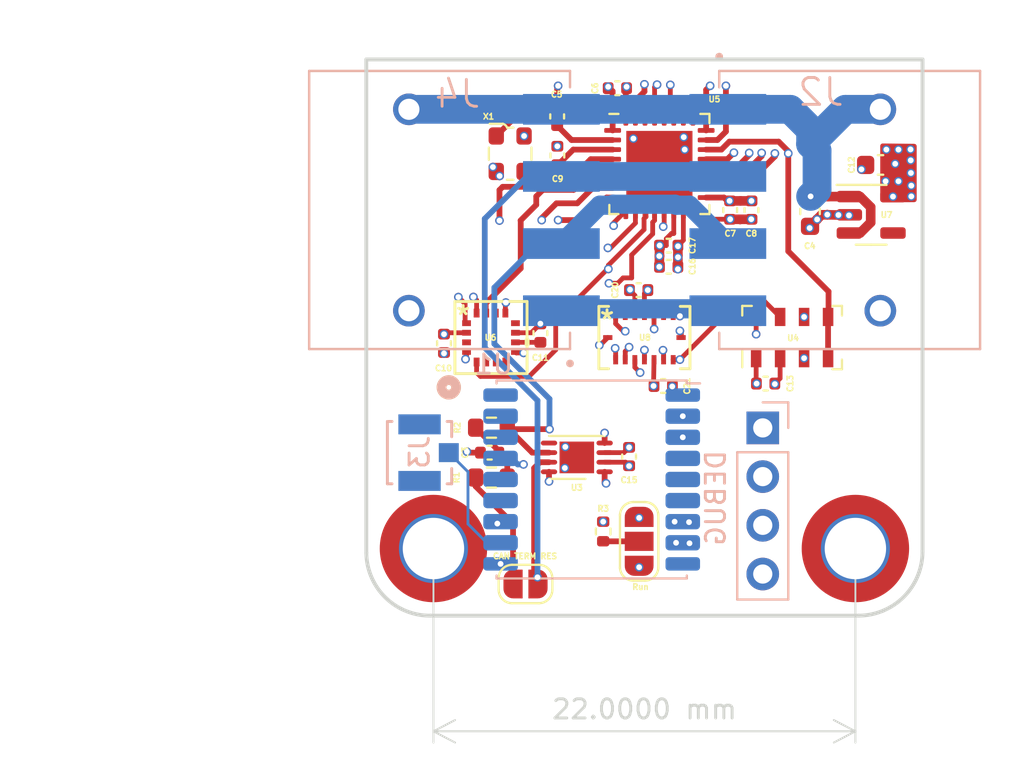
<source format=kicad_pcb>
(kicad_pcb (version 20221018) (generator pcbnew)
  (layers (0 "F.Cu" signal) (1 "In1.Cu" power) (2 "In2.Cu" signal) (3 "In3.Cu" signal) (4 "In4.Cu" power) (31 "B.Cu" signal) (34 "B.Paste" user) (35 "F.Paste" user) (36 "B.SilkS" user "B.Silkscreen") (37 "F.SilkS" user "F.Silkscreen") (38 "B.Mask" user) (39 "F.Mask" user) (44 "Edge.Cuts" user))
  (net 0 "")
  (net 1 "+3.3V")
  (net 2 "GND")
  (net 3 "Net-(U6-CAP)")
  (net 4 "BOOT0")
  (net 5 "Net-(C3-Pad1)")
  (net 6 "CAN_H")
  (net 7 "CAN_TX")
  (net 8 "CAN_RX")
  (net 9 "CAN_L")
  (net 10 "RCC_OSC_IN")
  (net 11 "RCC_OSC_OUT")
  (net 12 "Net-(SW1-A)")
  (net 13 "Net-(SW2-B)")
  (net 14 "SYS_SWDIO")
  (net 15 "SYS_SWCLK")
  (net 20 "I2C1_SDA")
  (net 21 "I2C1_SCL")
  (net 23 "+5V")
  (net 25 "USART1_TX")
  (net 26 "USART1_RX")
  (net 27 "GPS_EXT")
  (net 28 "GPS_Reset")
  (net 29 "SPI1_SCK")
  (net 30 "SPI1_MISO")
  (net 31 "SPI1_MOSI")
  (net 32 "IMU_INT1")
  (net 33 "CS_Accel")
  (net 34 "IMU_INT4")
  (net 35 "IMU_INT3")
  (net 36 "CS_Gyro")
  (net 38 "IMU_INT2")
  (net 39 "Net-(U1-RF_IN)")
  (net 40 "CS_Alt")
  (net 42 "CS_Mag")
  (net 48 "MAG_INT1")
  (footprint "Capacitor_SMD:C_0402_1005Metric" (layer "F.Cu") (at 153.765 87.71 180)
    (fp_text reference "C17")
    (fp_text value "1uF")
  )
  (footprint "Capacitor_SMD:C_0603_1608Metric" (layer "F.Cu") (at 161.135 85.925 90)
    (fp_text reference "C4")
    (fp_text value "1uF/10V/X7R")
  )
  (footprint "Package_DFN_QFN:TDFN-8-1EP_3x2mm_P0.5mm_EP1.80x1.65mm" (layer "F.Cu") (at 148.975 98.75 180)
    (fp_text reference "U3")
    (fp_text value "MCP2557FD-xMNY")
  )
  (footprint "MountingHole:MountingHole_3.2mm_M3_DIN965_Pad_TopOnly" (layer "F.Cu") (at 163.5 103.5)
    (fp_text reference "H1" hide)
    (fp_text value "MountingHole")
  )
  (footprint "Package_TO_SOT_SMD:SOT-23-5" (layer "F.Cu") (at 164.3225 86.1)
    (fp_text reference "U7")
    (fp_text value "MIC5504-3.3YM5")
  )
  (footprint "Capacitor_SMD:C_0402_1005Metric" (layer "F.Cu") (at 153.48 95.025)
    (fp_text reference "C21")
    (fp_text value "100nF")
  )
  (footprint "Resistor_SMD:R_0603_1608Metric" (layer "F.Cu") (at 144.525 97.2)
    (fp_text reference "R2")
    (fp_text value "60 ohm")
  )
  (footprint "Jumper:SolderJumper-3_P1.3mm_Open_RoundedPad1.0x1.5mm_NumberLabels" (layer "F.Cu") (at 152.225 103.125 90)
    (fp_text reference "SW2" hide)
    (fp_text value "SW_SPDT")
  )
  (footprint "Capacitor_SMD:C_0402_1005Metric" (layer "F.Cu") (at 153.765 88.81 180)
    (fp_text reference "C16")
    (fp_text value "10nF")
  )
  (footprint "Capacitor_SMD:C_0402_1005Metric" (layer "F.Cu") (at 147.95 80.97 90)
    (fp_text reference "C5")
    (fp_text value "20pF")
  )
  (footprint "Capacitor_SMD:C_0603_1608Metric" (layer "F.Cu") (at 164.81 83.5)
    (fp_text reference "C12")
    (fp_text value "1uF/10V/X7R")
  )
  (footprint "Capacitor_SMD:C_0402_1005Metric" (layer "F.Cu") (at 158.82 94.9)
    (fp_text reference "C13")
    (fp_text value "100nF")
  )
  (footprint "Capacitor_SMD:C_0402_1005Metric" (layer "F.Cu") (at 147.96 83.005 90)
    (fp_text reference "C9")
    (fp_text value "20pF")
  )
  (footprint "Capacitor_SMD:C_0402_1005Metric" (layer "F.Cu") (at 151.7 98.705 -90)
    (fp_text reference "C15")
    (fp_text value "0.1uF")
  )
  (footprint "MMC5983MA:MMC5983MA_MEM" (layer "F.Cu") (at 144.5 92.5)
    (fp_text reference "U6")
    (fp_text value "MMC5983MA")
  )
  (footprint "Capacitor_SMD:C_0402_1005Metric" (layer "F.Cu") (at 147.075 92.27 90)
    (fp_text reference "C11")
    (fp_text value "10uF")
  )
  (footprint "Capacitor_SMD:C_0402_1005Metric" (layer "F.Cu") (at 151.09 79.5)
    (fp_text reference "C6")
    (fp_text value "100nF")
  )
  (footprint "Capacitor_SMD:C_0402_1005Metric" (layer "F.Cu") (at 158.08 85.854503 -90)
    (fp_text reference "C8")
    (fp_text value "4.7uF")
  )
  (footprint "Capacitor_SMD:C_0402_1005Metric" (layer "F.Cu") (at 152.2 90.025)
    (fp_text reference "C20")
    (fp_text value "100nF")
  )
  (footprint "BMI088:QFN_BMI085_BOS" (layer "F.Cu") (at 152.5 92.5)
    (fp_text reference "U8")
    (fp_text value "BMI088")
  )
  (footprint "Capacitor_SMD:C_0402_1005Metric" (layer "F.Cu") (at 142.05 92.8 -90)
    (fp_text reference "C10")
    (fp_text value "1uF")
  )
  (footprint "Resistor_SMD:R_0603_1608Metric" (layer "F.Cu") (at 144.525 99.8)
    (fp_text reference "R1")
    (fp_text value "60 ohm")
  )
  (footprint "Capacitor_SMD:C_0402_1005Metric" (layer "F.Cu") (at 144.43 98.5 180)
    (fp_text reference "C3")
    (fp_text value "4.7nF")
  )
  (footprint "Jumper:SolderJumper-2_P1.3mm_Open_RoundedPad1.0x1.5mm" (layer "F.Cu") (at 146.3 105.35)
    (fp_text reference "CAN TERM RES")
    (fp_text value "SW_SPST")
  )
  (footprint "Package_DFN_QFN:QFN-32-1EP_5x5mm_P0.5mm_EP3.45x3.45mm" (layer "F.Cu") (at 153.28 83.45)
    (fp_text reference "U5")
    (fp_text value "STM32G4A1KEUx")
  )
  (footprint "Resistor_SMD:R_0402_1005Metric" (layer "F.Cu") (at 150.35 102.61 -90)
    (fp_text reference "R3")
    (fp_text value "10k")
  )
  (footprint "Oscillator:Oscillator_SMD_ECS_2520MV-xxx-xx-4Pin_2.5x2.0mm" (layer "F.Cu") (at 145.5 82.915)
    (fp_text reference "X1")
    (fp_text value "ECS-2520MV-xxx-xx")
  )
  (footprint "Capacitor_SMD:C_0402_1005Metric" (layer "F.Cu") (at 156.97 85.854503 -90)
    (fp_text reference "C7")
    (fp_text value "100nF")
  )
  (footprint "Package_LGA:LGA-8_3x5mm_P1.25mm" (layer "F.Cu") (at 160.2 92.5 90)
    (fp_text reference "U4")
    (fp_text value "MS5607-02BA")
  )
  (footprint "MountingHole:MountingHole_3.2mm_M3_DIN965_Pad_TopOnly" (layer "F.Cu") (at 141.5 103.5)
    (fp_text reference "H2" hide)
    (fp_text value "MountingHole")
  )
  (footprint "Terminal Block Horizontal:PHOENIX_1824543" (layer "B.Cu") (at 163.2 85.85 -90)
    (fp_text reference "J2")
    (fp_text value "In")
  )
  (footprint "Connector_PinHeader_2.54mm:PinHeader_1x04_P2.54mm_Vertical" (layer "B.Cu") (at 158.67 97.21 180)
    (fp_text reference "DEBUG")
    (fp_text value "Debug")
  )
  (footprint "Terminal Block Horizontal:PHOENIX_1824543" (layer "B.Cu") (at 141.82 85.85 90)
    (fp_text reference "J4")
    (fp_text value "Out")
  )
  (footprint "RF_GPS:ublox_MAX" (layer "B.Cu") (at 149.75 99.9 180)
    (fp_text reference "U1")
    (fp_text value "MAX-M10S")
  )
  (footprint "UM Antenna:CONN_636101111001_WRE" (layer "B.Cu") (at 140.7744 98.5 -90)
    (fp_text reference "J3")
    (fp_text value "636101111001")
  )
  (gr_line (start 163.681283 107) (end 141.352329 107) (stroke (width 0.2)) (layer "Edge.Cuts"))
  (gr_line (start 138 103.722692) (end 138 78) (stroke (width 0.2)) (layer "Edge.Cuts"))
  (gr_line (start 138 78) (end 167 78) (stroke (width 0.2)) (layer "Edge.Cuts"))
  (gr_arc (start 167 103.63) (mid 166.038592 106.002329) (end 163.681283 107) (stroke (width 0.2)) (layer "Edge.Cuts"))
  (gr_arc (start 141.352329 107) (mid 138.997412 106.055636) (end 138 103.722692) (stroke (width 0.2)) (layer "Edge.Cuts"))
  (gr_line (start 167 78) (end 167 103.63) (stroke (width 0.2)) (layer "Edge.Cuts"))
  (gr_text "Run" (at 151.825 105.675) (layer "F.SilkS") (effects (font (size 0.3 0.3) (thickness 0.075) bold) (justify left bottom)))
  (dimension (type aligned) (layer "Edge.Cuts") (pts (xy 163.5 103.5) (xy 141.5 103.5)) (height -9.53) (gr_text "22.0000 mm" (at 152.5 111.88) (layer "Edge.Cuts") (effects (font (size 1 1) (thickness 0.15)))) (format (prefix "") (suffix "") (units 3) (units_format 1) (precision 4)) (style (thickness 0.1) (arrow_length 1.27) (text_position_mode 0) (extension_height 0.58642) (extension_offset 0.5) keep_text_aligned))
  (segment (start 145.250001 91.225001) (end 145.250001 90.699999) (width 0.25) (layer "F.Cu") (net 1))
  (segment (start 142.045 92.325) (end 142.05 92.32) (width 0.25) (layer "F.Cu") (net 1))
  (segment (start 150.8425 79.658) (end 150.8425 81.7) (width 0.3) (layer "F.Cu") (net 1))
  (segment (start 152.975 95.025) (end 152.999999 93.6557) (width 0.25) (layer "F.Cu") (net 1))
  (segment (start 158.325 93.575) (end 158.325 94.885) (width 0.25) (layer "F.Cu") (net 1))
  (segment (start 143.225001 92.25) (end 142.12 92.25) (width 0.25) (layer "F.Cu") (net 1))
  (segment (start 156.885497 85.435497) (end 156.65 85.2) (width 0.3) (layer "F.Cu") (net 1))
  (segment (start 156.97 85.374503) (end 157.51 85.374503) (width 0.5) (layer "F.Cu") (net 1))
  (segment (start 153 95.025) (end 152.975 95.025) (width 0.25) (layer "F.Cu") (net 1))
  (segment (start 154.245 87.66) (end 154.245 87.71) (width 0.3) (layer "F.Cu") (net 1))
  (segment (start 158.35 94.91) (end 158.34 94.9) (width 0.25) (layer "F.Cu") (net 1))
  (segment (start 156.885497 85.374503) (end 156.885497 85.29) (width 0.3) (layer "F.Cu") (net 1))
  (segment (start 158.34 94.9) (end 158.35 94.9) (width 0.25) (layer "F.Cu") (net 1))
  (segment (start 142.05 92.325) (end 142.045 92.325) (width 0.25) (layer "F.Cu") (net 1))
  (segment (start 154.53 87.425) (end 154.245 87.71) (width 0.25) (layer "F.Cu") (net 1))
  (segment (start 142.12 92.25) (end 142.05 92.32) (width 0.25) (layer "F.Cu") (net 1))
  (segment (start 154.295 87.66) (end 154.245 87.66) (width 0.3) (layer "F.Cu") (net 1))
  (segment (start 150.61 79.4255) (end 150.8425 79.658) (width 0.3) (layer "F.Cu") (net 1))
  (segment (start 151.695 90) (end 151.75 90) (width 0.25) (layer "F.Cu") (net 1))
  (segment (start 158.35 94.9) (end 158.35 94.91) (width 0.25) (layer "F.Cu") (net 1))
  (segment (start 156.65 85.2) (end 155.7175 85.2) (width 0.3) (layer "F.Cu") (net 1))
  (segment (start 151.72 90.025) (end 151.695 90) (width 0.25) (layer "F.Cu") (net 1))
  (segment (start 154.245 88.23) (end 154.245 87.71) (width 0.5) (layer "F.Cu") (net 1))
  (segment (start 151.425 98.5) (end 150.425 98.5) (width 0.25) (layer "F.Cu") (net 1))
  (segment (start 154.245 88.8) (end 154.245 88.23) (width 0.5) (layer "F.Cu") (net 1))
  (segment (start 151.75 90.055) (end 152.000001 90.305001) (width 0.25) (layer "F.Cu") (net 1))
  (segment (start 142.05 92.32) (end 142.05 92.325) (width 0.25) (layer "F.Cu") (net 1))
  (segment (start 151.7 98.225) (end 151.425 98.5) (width 0.25) (layer "F.Cu") (net 1))
  (segment (start 152.000001 90.305001) (end 152.000001 91.3443) (width 0.25) (layer "F.Cu") (net 1))
  (segment (start 145.250001 90.699999) (end 145.275 90.675) (width 0.25) (layer "F.Cu") (net 1))
  (segment (start 157.51 85.374503) (end 158.08 85.374503) (width 0.5) (layer "F.Cu") (net 1))
  (segment (start 154.245 87.71) (end 154.245 87.71) (width 0.3) (layer "F.Cu") (net 1))
  (segment (start 154.245 88.81) (end 154.245 88.8) (width 0.5) (layer "F.Cu") (net 1))
  (segment (start 151.75 90) (end 151.75 90.055) (width 0.25) (layer "F.Cu") (net 1))
  (segment (start 156.885497 85.374503) (end 156.97 85.374503) (width 0.3) (layer "F.Cu") (net 1))
  (segment (start 154.53 85.8875) (end 154.53 87.425) (width 0.25) (layer "F.Cu") (net 1))
  (segment (start 158.325 94.885) (end 158.34 94.9) (width 0.25) (layer "F.Cu") (net 1))
  (via (at 145.275 90.675) (size 0.45) (drill 0.3) (layers "F.Cu" "B.Cu") (net 1))
  (via (at 152.225 101.9) (size 0.45) (drill 0.3) (layers "F.Cu" "B.Cu") (net 1))
  (via (at 166.375 82.69) (size 0.45) (drill 0.3) (layers "F.Cu" "B.Cu") (net 1))
  (via (at 166.415 84.58) (size 0.45) (drill 0.3) (layers "F.Cu" "B.Cu") (net 1))
  (via (at 154.85 103.225) (size 0.45) (drill 0.3) (layers "F.Cu" "B.Cu") (net 1))
  (via (at 150.61 79.4255) (size 0.45) (drill 0.3) (layers "F.Cu" "B.Cu") (net 1))
  (via (at 151.7 98.225) (size 0.45) (drill 0.3) (layers "F.Cu" "B.Cu") (net 1))
  (via (at 165.745 82.7) (size 0.45) (drill 0.3) (layers "F.Cu" "B.Cu") (net 1))
  (via (at 154.15 103.2) (size 0.45) (drill 0.3) (layers "F.Cu" "B.Cu") (net 1))
  (via (at 158.35 94.9) (size 0.45) (drill 0.3) (layers "F.Cu" "B.Cu") (net 1))
  (via (at 166.385 83.26) (size 0.45) (drill 0.3) (layers "F.Cu" "B.Cu") (net 1))
  (via (at 166.415 85.14) (size 0.45) (drill 0.3) (layers "F.Cu" "B.Cu") (net 1))
  (via (at 154.243755 88.934472) (size 0.45) (drill 0.3) (layers "F.Cu" "B.Cu") (net 1))
  (via (at 165.575 83.44) (size 0.45) (drill 0.3) (layers "F.Cu" "B.Cu") (net 1))
  (via (at 165.115 82.7) (size 0.45) (drill 0.3) (layers "F.Cu" "B.Cu") (net 1))
  (via (at 158.08 85.374503) (size 0.45) (drill 0.3) (layers "F.Cu" "B.Cu") (net 1))
  (via (at 142.05 92.325) (size 0.45) (drill 0.3) (layers "F.Cu" "B.Cu") (net 1))
  (via (at 154.25 88.31) (size 0.45) (drill 0.3) (layers "F.Cu" "B.Cu") (net 1))
  (via (at 154.25 87.74) (size 0.45) (drill 0.3) (layers "F.Cu" "B.Cu") (net 1))
  (via (at 151.75 90) (size 0.45) (drill 0.3) (layers "F.Cu" "B.Cu") (net 1))
  (via (at 152.975 95.025) (size 0.45) (drill 0.3) (layers "F.Cu" "B.Cu") (net 1))
  (via (at 165.745 84.35) (size 0.45) (drill 0.3) (layers "F.Cu" "B.Cu") (net 1))
  (via (at 154.075 102.1) (size 0.45) (drill 0.3) (layers "F.Cu" "B.Cu") (net 1))
  (via (at 156.94 85.374503) (size 0.45) (drill 0.3) (layers "F.Cu" "B.Cu") (net 1))
  (via (at 154.825 102.125) (size 0.45) (drill 0.3) (layers "F.Cu" "B.Cu") (net 1))
  (via (at 165.46 85.15) (size 0.45) (drill 0.3) (layers "F.Cu" "B.Cu") (net 1))
  (via (at 165.075 84.35) (size 0.45) (drill 0.3) (layers "F.Cu" "B.Cu") (net 1))
  (via (at 166.395 83.92) (size 0.45) (drill 0.3) (layers "F.Cu" "B.Cu") (net 1))
  (segment (start 151.7 99.185) (end 151.7 99.2) (width 0.25) (layer "F.Cu") (net 2))
  (segment (start 154.0357 91.38) (end 154 91.3443) (width 0.25) (layer "F.Cu") (net 2))
  (segment (start 155.4725 86.33) (end 156.97 86.33) (width 0.25) (layer "F.Cu") (net 2))
  (segment (start 153.285 87.71) (end 153.295 87.7) (width 0.3) (layer "F.Cu") (net 2))
  (segment (start 153.285 88.24) (end 153.285 87.71) (width 0.5) (layer "F.Cu") (net 2))
  (segment (start 143.95 98.5) (end 143.295202 98.5) (width 0.3) (layer "F.Cu") (net 2))
  (segment (start 146.2 93.3) (end 145.824998 93.3) (width 0.25) (layer "F.Cu") (net 2))
  (segment (start 159.575 94.625) (end 159.575 93.575) (width 0.25) (layer "F.Cu") (net 2))
  (segment (start 161.045 86.79) (end 161.135 86.7) (width 0.5) (layer "F.Cu") (net 2))
  (segment (start 152.675 90.025) (end 152.675 90.03) (width 0.25) (layer "F.Cu") (net 2))
  (segment (start 151.53 79.4655) (end 151.53 81.0125) (width 0.3) (layer "F.Cu") (net 2))
  (segment (start 153.500001 91.3443) (end 154 91.3443) (width 0.25) (layer "F.Cu") (net 2))
  (segment (start 154.03 87.075) (end 153.912391 87.075) (width 0.25) (layer "F.Cu") (net 2))
  (segment (start 147.95 80.49) (end 147.95 79.425498) (width 0.3) (layer "F.Cu") (net 2))
  (segment (start 153.912391 87.075) (end 153.64 87.347391) (width 0.25) (layer "F.Cu") (net 2))
  (segment (start 151.57 79.4255) (end 151.53 79.4655) (width 0.3) (layer "F.Cu") (net 2))
  (segment (start 154.35 91.38) (end 154.0357 91.38) (width 0.25) (layer "F.Cu") (net 2))
  (segment (start 152.68 90.025) (end 152.68 90.025) (width 0.25) (layer "F.Cu") (net 2))
  (segment (start 155.03 85.8875) (end 155.4725 86.33) (width 0.25) (layer "F.Cu") (net 2))
  (segment (start 158.08 86.334503) (end 157.495497 86.334503) (width 0.5) (layer "F.Cu") (net 2))
  (segment (start 163.165 86.13) (end 162.615 86.11) (width 0.5) (layer "F.Cu") (net 2))
  (segment (start 159.3 94.9) (end 159.3 94.9) (width 0.25) (layer "F.Cu") (net 2))
  (segment (start 153.64 87.7) (end 153.295 87.7) (width 0.25) (layer "F.Cu") (net 2))
  (segment (start 162.025 86.1) (end 161.735 86.1) (width 0.5) (layer "F.Cu") (net 2))
  (segment (start 153.285 88.26) (end 153.275 88.25) (width 0.5) (layer "F.Cu") (net 2))
  (segment (start 161.735 86.1) (end 161.505 86.33) (width 0.5) (layer "F.Cu") (net 2))
  (segment (start 161.505 86.33) (end 161.505 86.34) (width 0.5) (layer "F.Cu") (net 2))
  (segment (start 162.035 86.09) (end 162.025 86.1) (width 0.5) (layer "F.Cu") (net 2))
  (segment (start 157.484503 86.334503) (end 156.974503 86.334503) (width 0.5) (layer "F.Cu") (net 2))
  (segment (start 146.6 92.25) (end 147.075 91.775) (width 0.25) (layer "F.Cu") (net 2))
  (segment (start 150.425 99) (end 151.515 99) (width 0.25) (layer "F.Cu") (net 2))
  (segment (start 147.95 79.425498) (end 148 79.375498) (width 0.3) (layer "F.Cu") (net 2))
  (segment (start 163.185 86.1) (end 163.165 86.13) (width 0.5) (layer "F.Cu") (net 2))
  (segment (start 162.615 86.11) (end 162.045 86.1) (width 0.5) (layer "F.Cu") (net 2))
  (segment (start 153.275 88.81) (end 153.285 88.26) (width 0.5) (layer "F.Cu") (net 2))
  (segment (start 154.03 85.8875) (end 154.03 87.075) (width 0.25) (layer "F.Cu") (net 2))
  (segment (start 153.285 88.81) (end 153.275 88.81) (width 0.5) (layer "F.Cu") (net 2))
  (segment (start 153.64 87.347391) (end 153.64 87.7) (width 0.25) (layer "F.Cu") (net 2))
  (segment (start 153.295 87.7) (end 153.285 87.667035) (width 0.3) (layer "F.Cu") (net 2))
  (segment (start 151.715 99.2) (end 151.7 99.185) (width 0.25) (layer "F.Cu") (net 2))
  (segment (start 152.68 90.025) (end 152.675 90.025) (width 0.25) (layer "F.Cu") (net 2))
  (segment (start 151.7 99.2) (end 151.715 99.2) (width 0.25) (layer "F.Cu") (net 2))
  (segment (start 161.505 86.34) (end 161.495 86.34) (width 0.5) (layer "F.Cu") (net 2))
  (segment (start 152.5 90.205) (end 152.5 91.3443) (width 0.25) (layer "F.Cu") (net 2))
  (segment (start 145.774999 92.25) (end 146.6 92.25) (width 0.25) (layer "F.Cu") (net 2))
  (segment (start 152.675 90.03) (end 152.5 90.205) (width 0.25) (layer "F.Cu") (net 2))
  (segment (start 151.515 99) (end 151.7 99.185) (width 0.25) (layer "F.Cu") (net 2))
  (segment (start 157.49 86.34) (end 157.484503 86.334503) (width 0.5) (layer "F.Cu") (net 2))
  (segment (start 153.275 88.25) (end 153.285 88.24) (width 0.5) (layer "F.Cu") (net 2))
  (segment (start 157.495497 86.334503) (end 157.49 86.34) (width 0.5) (layer "F.Cu") (net 2))
  (segment (start 143.295202 98.5) (end 143.245202 98.45) (width 0.3) (layer "F.Cu") (net 2))
  (segment (start 147.525 100) (end 147.525 99.5) (width 0.3) (layer "F.Cu") (net 2))
  (segment (start 156.974503 86.334503) (end 156.97 86.33) (width 0.5) (layer "F.Cu") (net 2))
  (segment (start 161.495 86.34) (end 161.115 86.72) (width 0.5) (layer "F.Cu") (net 2))
  (segment (start 159.3 94.925) (end 159.3 94.9) (width 0.25) (layer "F.Cu") (net 2))
  (segment (start 145.824998 93.3) (end 145.774999 93.250001) (width 0.25) (layer "F.Cu") (net 2))
  (segment (start 159.3 94.9) (end 159.575 94.625) (width 0.25) (layer "F.Cu") (net 2))
  (segment (start 162.045 86.1) (end 162.035 86.09) (width 0.5) (layer "F.Cu") (net 2))
  (via (at 153.295 87.7) (size 0.45) (drill 0.3) (layers "F.Cu" "B.Cu") (net 2))
  (via (at 160.825 93.575) (size 0.45) (drill 0.3) (layers "F.Cu" "B.Cu") (net 2))
  (via (at 151.57 79.4255) (size 0.45) (drill 0.3) (layers "F.Cu" "B.Cu") (net 2))
  (via (at 153.95 95.05) (size 0.45) (drill 0.3) (layers "F.Cu" "B.Cu") (net 2))
  (via (at 156.97 86.33) (size 0.45) (drill 0.3) (layers "F.Cu" "B.Cu") (net 2))
  (via (at 163.815 83.73) (size 0.45) (drill 0.3) (layers "F.Cu" "B.Cu") (net 2))
  (via (at 146.225 81.99) (size 0.45) (drill 0.3) (layers "F.Cu" "B.Cu") (net 2))
  (via (at 162.035 86.09) (size 0.45) (drill 0.3) (layers "F.Cu" "B.Cu") (net 2))
  (via (at 142.05 93.325) (size 0.45) (drill 0.3) (layers "F.Cu" "B.Cu") (net 2))
  (via (at 161.115 86.79) (size 0.45) (drill 0.3) (layers "F.Cu" "B.Cu") (net 2))
  (via (at 146.19418 99.11351) (size 0.45) (drill 0.3) (layers "F.Cu" "B.Cu") (net 2))
  (via (at 148 79.375498) (size 0.45) (drill 0.3) (layers "F.Cu" "B.Cu") (net 2))
  (via (at 154.35 91.38) (size 0.45) (drill 0.3) (layers "F.Cu" "B.Cu") (net 2))
  (via (at 162.615 86.11) (size 0.45) (drill 0.3) (layers "F.Cu" "B.Cu") (net 2))
  (via (at 154.55 82.05) (size 0.45) (drill 0.3) (layers "F.Cu" "B.Cu") (net 2))
  (via (at 145 104.3) (size 0.45) (drill 0.3) (layers "F.Cu" "B.Cu") (net 2))
  (via (at 163.165 86.13) (size 0.45) (drill 0.3) (layers "F.Cu" "B.Cu") (net 2))
  (via (at 143.245202 98.45) (size 0.45) (drill 0.3) (layers "F.Cu" "B.Cu") (net 2))
  (via (at 152.225 104.475) (size 0.45) (drill 0.3) (layers "F.Cu" "B.Cu") (net 2))
  (via (at 159.3 94.925) (size 0.45) (drill 0.3) (layers "F.Cu" "B.Cu") (net 2))
  (via (at 154.6 82.7) (size 0.45) (drill 0.3) (layers "F.Cu" "B.Cu") (net 2))
  (via (at 151.925 82.125) (size 0.45) (drill 0.3) (layers "F.Cu" "B.Cu") (net 2))
  (via (at 148.375 98.2) (size 0.45) (drill 0.3) (layers "F.Cu" "B.Cu") (net 2))
  (via (at 144.949617 84.075) (size 0.45) (drill 0.3) (layers "F.Cu" "B.Cu") (net 2))
  (via (at 146.2 93.3) (size 0.45) (drill 0.3) (layers "F.Cu" "B.Cu") (net 2))
  (via (at 151.7 99.2) (size 0.45) (drill 0.3) (layers "F.Cu" "B.Cu") (net 2))
  (via (at 144.83 102.2) (size 0.45) (drill 0.3) (layers "F.Cu" "B.Cu") (net 2))
  (via (at 147.075 91.775) (size 0.45) (drill 0.3) (layers "F.Cu" "B.Cu") (net 2))
  (via (at 152.675 90.025) (size 0.45) (drill 0.3) (layers "F.Cu" "B.Cu") (net 2))
  (via (at 161.505 86.34) (size 0.45) (drill 0.3) (layers "F.Cu" "B.Cu") (net 2))
  (via (at 158.07 86.33) (size 0.45) (drill 0.3) (layers "F.Cu" "B.Cu") (net 2))
  (via (at 153.275 88.81) (size 0.45) (drill 0.3) (layers "F.Cu" "B.Cu") (net 2))
  (via (at 153.275 88.25) (size 0.45) (drill 0.3) (layers "F.Cu" "B.Cu") (net 2))
  (via (at 144.6 83.609999) (size 0.45) (drill 0.3) (layers "F.Cu" "B.Cu") (net 2))
  (via (at 147.525 100) (size 0.45) (drill 0.3) (layers "F.Cu" "B.Cu") (net 2))
  (via (at 148.35 99.3) (size 0.45) (drill 0.3) (layers "F.Cu" "B.Cu") (net 2))
  (via (at 147.96 82.525) (size 0.45) (drill 0.3) (layers "F.Cu" "B.Cu") (net 2))
  (segment (start 156.57 91.38) (end 156.85 91.1) (width 0.5) (layer "B.Cu") (net 2))
  (segment (start 156.57 91.38) (end 156.19 91) (width 1) (layer "B.Cu") (net 2))
  (segment (start 148.17 91.1) (end 148.45 91.38) (width 0.5) (layer "B.Cu") (net 2))
  (segment (start 148.27 91) (end 148.17 91.1) (width 1) (layer "B.Cu") (net 2))
  (segment (start 145.577817 98.8) (end 145 98.8) (width 0.3) (layer "B.Cu") (net 2))
  (segment (start 156.19 91) (end 148.27 91) (width 1) (layer "B.Cu") (net 2))
  (segment (start 145.891327 99.11351) (end 145.577817 98.8) (width 0.3) (layer "B.Cu") (net 2))
  (segment (start 146.19418 99.11351) (end 145.891327 99.11351) (width 0.3) (layer "B.Cu") (net 2))
  (segment (start 145.774999 92.75) (end 147.075 92.75) (width 0.25) (layer "F.Cu") (net 3))
  (segment (start 152.500874 79.674126) (end 152.03 80.145) (width 0.3) (layer "F.Cu") (net 4))
  (segment (start 152.500874 79.295143) (end 152.500874 79.674126) (width 0.3) (layer "F.Cu") (net 4))
  (segment (start 152.03 80.145) (end 152.03 81.0125) (width 0.3) (layer "F.Cu") (net 4))
  (via (at 150.35 102.1) (size 0.45) (drill 0.3) (layers "F.Cu" "B.Cu") (net 4))
  (via (at 152.500874 79.295143) (size 0.45) (drill 0.3) (layers "F.Cu" "B.Cu") (net 4))
  (segment (start 144.91 98.41) (end 143.7 97.2) (width 0.3) (layer "F.Cu") (net 5))
  (segment (start 145.35 98.94) (end 144.91 98.5) (width 0.3) (layer "F.Cu") (net 5))
  (segment (start 144.91 98.5) (end 144.91 98.41) (width 0.3) (layer "F.Cu") (net 5))
  (segment (start 145.35 99.8) (end 145.35 98.94) (width 0.3) (layer "F.Cu") (net 5))
  (segment (start 146.95 105.35) (end 146.95 105.6) (width 0.3) (layer "F.Cu") (net 6))
  (segment (start 147.053249 99) (end 147.525 99) (width 0.3) (layer "F.Cu") (net 6))
  (segment (start 146.75 99.303249) (end 147.053249 99) (width 0.3) (layer "F.Cu") (net 6))
  (segment (start 146.75 105.15) (end 146.925 105) (width 0.3) (layer "F.Cu") (net 6))
  (segment (start 146.925 105) (end 146.75 104.825) (width 0.3) (layer "F.Cu") (net 6))
  (segment (start 146.95 105.6) (end 146.75 105.15) (width 0.3) (layer "F.Cu") (net 6))
  (segment (start 146.75 104.825) (end 146.75 99.303249) (width 0.3) (layer "F.Cu") (net 6))
  (via (at 146.925 105) (size 0.45) (drill 0.3) (layers "F.Cu" "B.Cu") (net 6))
  (segment (start 144.175 86.305409) (end 144.175 93.032538) (width 0.3) (layer "B.Cu") (net 6))
  (segment (start 148.17 84.1) (end 146.380409 84.1) (width 0.3) (layer "B.Cu") (net 6))
  (segment (start 144.175 93.032538) (end 146.925 95.782538) (width 0.3) (layer "B.Cu") (net 6))
  (segment (start 146.380409 84.1) (end 144.175 86.305409) (width 0.3) (layer "B.Cu") (net 6))
  (segment (start 148.17 84.1) (end 156.85 84.1) (width 1.5) (layer "B.Cu") (net 6))
  (segment (start 146.925 95.782538) (end 146.925 105) (width 0.3) (layer "B.Cu") (net 6))
  (segment (start 153.03 79.443388) (end 153.03 81.0125) (width 0.25) (layer "F.Cu") (net 7))
  (segment (start 153.159688 79.3137) (end 153.03 79.443388) (width 0.25) (layer "F.Cu") (net 7))
  (segment (start 150.425 100.025) (end 150.5 100.1) (width 0.3) (layer "F.Cu") (net 7))
  (segment (start 150.425 99.5) (end 150.425 100.025) (width 0.3) (layer "F.Cu") (net 7))
  (via (at 150.5 100.1) (size 0.45) (drill 0.3) (layers "F.Cu" "B.Cu") (net 7))
  (via (at 153.159688 79.3137) (size 0.45) (drill 0.3) (layers "F.Cu" "B.Cu") (net 7))
  (segment (start 153.53 80.27) (end 153.53 81.0125) (width 0.25) (layer "F.Cu") (net 8))
  (segment (start 153.85 79.95) (end 153.53 80.27) (width 0.25) (layer "F.Cu") (net 8))
  (segment (start 150.425 98) (end 150.425 97.475) (width 0.3) (layer "F.Cu") (net 8))
  (segment (start 153.85 79.325) (end 153.85 79.95) (width 0.25) (layer "F.Cu") (net 8))
  (via (at 150.425 97.475) (size 0.45) (drill 0.3) (layers "F.Cu" "B.Cu") (net 8))
  (via (at 153.85 79.325) (size 0.45) (drill 0.3) (layers "F.Cu" "B.Cu") (net 8))
  (segment (start 146.65 98.5) (end 145.35 97.2) (width 0.3) (layer "F.Cu") (net 9))
  (segment (start 145.425 97.275) (end 147.55 97.275) (width 0.3) (layer "F.Cu") (net 9))
  (segment (start 145.35 97.2) (end 145.425 97.275) (width 0.3) (layer "F.Cu") (net 9))
  (segment (start 147.525 98.5) (end 146.65 98.5) (width 0.3) (layer "F.Cu") (net 9))
  (via (at 147.55 97.275) (size 0.45) (drill 0.3) (layers "F.Cu" "B.Cu") (net 9))
  (segment (start 144.675 89.895) (end 144.675 92.825432) (width 0.3) (layer "B.Cu") (net 9))
  (segment (start 154.85 85.6) (end 156.85 87.6) (width 1) (layer "B.Cu") (net 9))
  (segment (start 150.82 85.6) (end 150.87 85.55) (width 1) (layer "B.Cu") (net 9))
  (segment (start 150.87 85.55) (end 154.1 85.55) (width 1) (layer "B.Cu") (net 9))
  (segment (start 148.17 87.6) (end 150.17 85.6) (width 1) (layer "B.Cu") (net 9))
  (segment (start 150.17 85.6) (end 150.82 85.6) (width 1) (layer "B.Cu") (net 9))
  (segment (start 144.675 92.825432) (end 147.55 95.700432) (width 0.3) (layer "B.Cu") (net 9))
  (segment (start 154.1 85.55) (end 154.15 85.6) (width 1) (layer "B.Cu") (net 9))
  (segment (start 148.17 87.6) (end 146.97 87.6) (width 0.3) (layer "B.Cu") (net 9))
  (segment (start 146.97 87.6) (end 144.675 89.895) (width 0.3) (layer "B.Cu") (net 9))
  (segment (start 154.15 85.6) (end 154.85 85.6) (width 1) (layer "B.Cu") (net 9))
  (segment (start 147.55 95.700432) (end 147.55 97.275) (width 0.3) (layer "B.Cu") (net 9))
  (segment (start 145.575 81.19) (end 147.69 81.19) (width 0.3) (layer "F.Cu") (net 10))
  (segment (start 147.69 81.19) (end 147.95 81.45) (width 0.3) (layer "F.Cu") (net 10))
  (segment (start 144.775 81.99) (end 145.575 81.19) (width 0.3) (layer "F.Cu") (net 10))
  (segment (start 148.7 82.2) (end 150.8425 82.2) (width 0.3) (layer "F.Cu") (net 10))
  (segment (start 147.95 81.45) (end 148.7 82.2) (width 0.3) (layer "F.Cu") (net 10))
  (segment (start 150.8425 82.7) (end 148.787965 82.7) (width 0.3) (layer "F.Cu") (net 11))
  (segment (start 146.905 83.485) (end 146.62 83.77) (width 0.3) (layer "F.Cu") (net 11))
  (segment (start 148.787965 82.7) (end 148.002965 83.485) (width 0.3) (layer "F.Cu") (net 11))
  (segment (start 147.96 83.485) (end 146.905 83.485) (width 0.3) (layer "F.Cu") (net 11))
  (segment (start 148.002965 83.485) (end 147.96 83.485) (width 0.3) (layer "F.Cu") (net 11))
  (segment (start 143.7 100.256827) (end 145.65 102.206827) (width 0.3) (layer "F.Cu") (net 12))
  (segment (start 145.65 102.206827) (end 145.65 105.35) (width 0.3) (layer "F.Cu") (net 12))
  (segment (start 143.7 99.8) (end 143.7 100.256827) (width 0.3) (layer "F.Cu") (net 12))
  (segment (start 150.355 103.125) (end 150.35 103.12) (width 0.3) (layer "F.Cu") (net 13))
  (segment (start 152.225 103.125) (end 150.355 103.125) (width 0.3) (layer "F.Cu") (net 13))
  (segment (start 156.306523 82.2) (end 155.7175 82.2) (width 0.3) (layer "F.Cu") (net 14))
  (segment (start 156.749019 81.757504) (end 156.306523 82.2) (width 0.3) (layer "F.Cu") (net 14))
  (segment (start 156.749019 79.375498) (end 156.749019 81.757504) (width 0.3) (layer "F.Cu") (net 14))
  (via (at 156.749019 79.375498) (size 0.45) (drill 0.3) (layers "F.Cu" "B.Cu") (net 14))
  (segment (start 155.7175 79.582998) (end 155.7175 81.7) (width 0.3) (layer "F.Cu") (net 15))
  (segment (start 155.925 79.375498) (end 155.7175 79.582998) (width 0.3) (layer "F.Cu") (net 15))
  (via (at 155.925 79.375498) (size 0.45) (drill 0.3) (layers "F.Cu" "B.Cu") (net 15))
  (segment (start 161.155 85.15) (end 161.135 85.15) (width 0.5) (layer "F.Cu") (net 23))
  (segment (start 163.145 85.15) (end 163.125 85.17) (width 0.5) (layer "F.Cu") (net 23))
  (segment (start 164.2975 85.701472) (end 164.2975 86.498528) (width 0.5) (layer "F.Cu") (net 23))
  (segment (start 163.105 85.15) (end 162.085 85.15) (width 0.5) (layer "F.Cu") (net 23))
  (segment (start 163.125 85.17) (end 163.105 85.15) (width 0.5) (layer "F.Cu") (net 23))
  (segment (start 164.2975 86.498528) (end 163.746028 87.05) (width 0.5) (layer "F.Cu") (net 23))
  (segment (start 161.165 85.14) (end 161.155 85.15) (width 0.5) (layer "F.Cu") (net 23))
  (segment (start 163.185 85.15) (end 163.746028 85.15) (width 0.5) (layer "F.Cu") (net 23))
  (segment (start 163.746028 85.15) (end 164.2975 85.701472) (width 0.5) (layer "F.Cu") (net 23))
  (segment (start 161.175 85.15) (end 161.165 85.14) (width 0.5) (layer "F.Cu") (net 23))
  (segment (start 162.085 85.15) (end 161.175 85.15) (width 0.5) (layer "F.Cu") (net 23))
  (segment (start 163.746028 87.05) (end 163.185 87.05) (width 0.5) (layer "F.Cu") (net 23))
  (segment (start 163.185 85.15) (end 163.145 85.15) (width 0.5) (layer "F.Cu") (net 23))
  (via (at 161.165 85.14) (size 0.45) (drill 0.3) (layers "F.Cu" "B.Cu") (net 23))
  (segment (start 148.17 80.6) (end 156.85 80.6) (width 1.5) (layer "B.Cu") (net 23))
  (segment (start 161.165 82.415) (end 161.5 82.75) (width 1.5) (layer "B.Cu") (net 23))
  (segment (start 161.5 82.75) (end 161.5 84.805) (width 1.5) (layer "B.Cu") (net 23))
  (segment (start 156.85 80.6) (end 160.1 80.6) (width 1.5) (layer "B.Cu") (net 23))
  (segment (start 164.8 80.6) (end 162.98 80.6) (width 1.5) (layer "B.Cu") (net 23))
  (segment (start 140.22 80.6) (end 148.17 80.6) (width 1.5) (layer "B.Cu") (net 23))
  (segment (start 162.98 80.6) (end 161.165 82.415) (width 1.5) (layer "B.Cu") (net 23))
  (segment (start 161.5 84.805) (end 161.165 85.14) (width 1.5) (layer "B.Cu") (net 23))
  (segment (start 161.165 81.665) (end 161.165 82.415) (width 1.5) (layer "B.Cu") (net 23))
  (segment (start 160.1 80.6) (end 161.165 81.665) (width 1.5) (layer "B.Cu") (net 23))
  (segment (start 147.143632 86.270503) (end 147.914135 85.5) (width 0.3) (layer "F.Cu") (net 25))
  (segment (start 149 85.5) (end 149.8 84.7) (width 0.3) (layer "F.Cu") (net 25))
  (segment (start 149.8 84.7) (end 150.8425 84.7) (width 0.3) (layer "F.Cu") (net 25))
  (segment (start 147.143632 86.375863) (end 147.143632 86.270503) (width 0.3) (layer "F.Cu") (net 25))
  (segment (start 147.914135 85.5) (end 149 85.5) (width 0.3) (layer "F.Cu") (net 25))
  (via (at 154.5 96.6) (size 0.45) (drill 0.3) (layers "F.Cu" "B.Cu") (net 25))
  (via (at 147.143632 86.375498) (size 0.45) (drill 0.3) (layers "F.Cu" "B.Cu") (net 25))
  (segment (start 148 86.3745) (end 149.354243 86.3745) (width 0.3) (layer "F.Cu") (net 26))
  (segment (start 149.354243 86.3745) (end 150.528743 85.2) (width 0.3) (layer "F.Cu") (net 26))
  (segment (start 150.528743 85.2) (end 150.8425 85.2) (width 0.3) (layer "F.Cu") (net 26))
  (via (at 154.5 97.7) (size 0.45) (drill 0.3) (layers "F.Cu" "B.Cu") (net 26))
  (via (at 148 86.3745) (size 0.45) (drill 0.3) (layers "F.Cu" "B.Cu") (net 26))
  (segment (start 143.1505 90.7406) (end 143.1505 91.675498) (width 0.25) (layer "F.Cu") (net 29))
  (segment (start 143.1505 91.675498) (end 143.225001 91.749999) (width 0.25) (layer "F.Cu") (net 29))
  (segment (start 150.594502 87.82616) (end 150.734626 87.82616) (width 0.25) (layer "F.Cu") (net 29))
  (segment (start 152.03 86.530786) (end 152.03 85.8875) (width 0.25) (layer "F.Cu") (net 29))
  (segment (start 142.7995 90.3896) (end 143.1505 90.7406) (width 0.25) (layer "F.Cu") (net 29))
  (segment (start 154.425 92.4863) (end 154.4113 92.5) (width 0.25) (layer "F.Cu") (net 29))
  (segment (start 150.734626 87.82616) (end 152.03 86.530786) (width 0.25) (layer "F.Cu") (net 29))
  (segment (start 158.325 91.425) (end 158.325 92.324502) (width 0.25) (layer "F.Cu") (net 29))
  (segment (start 154.425 92.15) (end 154.425 92.4863) (width 0.25) (layer "F.Cu") (net 29))
  (via (at 158.325 92.324502) (size 0.45) (drill 0.3) (layers "F.Cu" "B.Cu") (net 29))
  (via (at 154.35 92.15) (size 0.45) (drill 0.3) (layers "F.Cu" "B.Cu") (net 29))
  (via (at 142.7995 90.3896) (size 0.45) (drill 0.3) (layers "F.Cu" "B.Cu") (net 29))
  (via (at 150.594502 87.82616) (size 0.45) (drill 0.3) (layers "F.Cu" "B.Cu") (net 29))
  (segment (start 150.619027 88.729564) (end 152.4805 86.868091) (width 0.25) (layer "F.Cu") (net 30))
  (segment (start 151 93.160116) (end 151 93.6557) (width 0.25) (layer "F.Cu") (net 30))
  (segment (start 152.58 86.202617) (end 152.58 85.9375) (width 0.25) (layer "F.Cu") (net 30))
  (segment (start 143.75 94.325) (end 143.749999 93.774999) (width 0.25) (layer "F.Cu") (net 30))
  (segment (start 150.959643 93.119759) (end 151 93.160116) (width 0.25) (layer "F.Cu") (net 30))
  (segment (start 152.4805 86.868091) (end 152.4805 86.302117) (width 0.25) (layer "F.Cu") (net 30))
  (segment (start 150.619027 88.925) (end 150.575 88.925) (width 0.25) (layer "F.Cu") (net 30))
  (segment (start 147.875 91.625) (end 147.875 93.1375) (width 0.25) (layer "F.Cu") (net 30))
  (segment (start 153.500196 93.2121) (end 153.500001 93.212295) (width 0.25) (layer "F.Cu") (net 30))
  (segment (start 150.575 88.925) (end 147.875 91.625) (width 0.25) (layer "F.Cu") (net 30))
  (segment (start 153.500001 93.212295) (end 153.500001 93.6557) (width 0.25) (layer "F.Cu") (net 30))
  (segment (start 147.875 93.1375) (end 146.4875 94.525) (width 0.25) (layer "F.Cu") (net 30))
  (segment (start 152.4805 86.302117) (end 152.58 86.202617) (width 0.25) (layer "F.Cu") (net 30))
  (segment (start 152.58 85.9375) (end 152.53 85.8875) (width 0.25) (layer "F.Cu") (net 30))
  (segment (start 143.95 94.525) (end 143.75 94.325) (width 0.25) (layer "F.Cu") (net 30))
  (segment (start 150.619027 88.925) (end 150.619027 88.729564) (width 0.25) (layer "F.Cu") (net 30))
  (segment (start 146.4875 94.525) (end 143.95 94.525) (width 0.25) (layer "F.Cu") (net 30))
  (via (at 160.825 91.425) (size 0.45) (drill 0.3) (layers "F.Cu" "B.Cu") (net 30))
  (via (at 150.619027 88.925) (size 0.45) (drill 0.3) (layers "F.Cu" "B.Cu") (net 30))
  (via (at 150.974315 93.059571) (size 0.45) (drill 0.3) (layers "F.Cu" "B.Cu") (net 30))
  (via (at 153.467982 93.159129) (size 0.45) (drill 0.3) (layers "F.Cu" "B.Cu") (net 30))
  (segment (start 154.35 93.65) (end 154.3443 93.6557) (width 0.25) (layer "F.Cu") (net 31))
  (segment (start 151.107394 89.669997) (end 151.387391 89.39) (width 0.25) (layer "F.Cu") (net 31))
  (segment (start 151.835 88.192391) (end 152.9305 87.096891) (width 0.25) (layer "F.Cu") (net 31))
  (segment (start 154.35 93.65) (end 157.375 90.625) (width 0.25) (layer "F.Cu") (net 31))
  (segment (start 153.03 86.389013) (end 153.03 85.8875) (width 0.25) (layer "F.Cu") (net 31))
  (segment (start 152.9305 86.488513) (end 153.03 86.389013) (width 0.25) (layer "F.Cu") (net 31))
  (segment (start 158.775 90.625) (end 159.575 91.425) (width 0.25) (layer "F.Cu") (net 31))
  (segment (start 143.749999 90.549999) (end 143.749999 91.225001) (width 0.25) (layer "F.Cu") (net 31))
  (segment (start 151.387391 89.39) (end 151.835 89.39) (width 0.25) (layer "F.Cu") (net 31))
  (segment (start 154.3443 93.6557) (end 154 93.6557) (width 0.25) (layer "F.Cu") (net 31))
  (segment (start 152.9305 87.096891) (end 152.9305 86.488513) (width 0.25) (layer "F.Cu") (net 31))
  (segment (start 150.6505 89.669997) (end 151.107394 89.669997) (width 0.25) (layer "F.Cu") (net 31))
  (segment (start 157.375 90.625) (end 158.775 90.625) (width 0.25) (layer "F.Cu") (net 31))
  (segment (start 151.835 89.39) (end 151.835 88.192391) (width 0.25) (layer "F.Cu") (net 31))
  (segment (start 143.583106 90.383106) (end 143.749999 90.549999) (width 0.25) (layer "F.Cu") (net 31))
  (via (at 143.583106 90.383106) (size 0.45) (drill 0.3) (layers "F.Cu" "B.Cu") (net 31))
  (via (at 150.6505 89.669997) (size 0.45) (drill 0.3) (layers "F.Cu" "B.Cu") (net 31))
  (via (at 154.35 93.65) (size 0.45) (drill 0.3) (layers "F.Cu" "B.Cu") (net 31))
  (segment (start 150.894074 86.523426) (end 151.53 85.8875) (width 0.25) (layer "F.Cu") (net 32))
  (segment (start 150.894074 86.668368) (end 150.894074 86.523426) (width 0.25) (layer "F.Cu") (net 32))
  (segment (start 150.1887 92.9) (end 150.1495 92.9) (width 0.25) (layer "F.Cu") (net 32))
  (segment (start 150.5887 92.5) (end 150.1887 92.9) (width 0.25) (layer "F.Cu") (net 32))
  (via (at 150.1495 92.9) (size 0.45) (drill 0.3) (layers "F.Cu" "B.Cu") (net 32))
  (via (at 150.894074 86.668368) (size 0.45) (drill 0.3) (layers "F.Cu" "B.Cu") (net 32))
  (segment (start 151.686559 93.033033) (end 151.499999 93.219593) (width 0.25) (layer "F.Cu") (net 33))
  (segment (start 157.658884 84.7) (end 155.7175 84.7) (width 0.3) (layer "F.Cu") (net 33))
  (segment (start 159.301795 83.057089) (end 157.658884 84.7) (width 0.3) (layer "F.Cu") (net 33))
  (segment (start 159.301795 82.900107) (end 159.301795 83.057089) (width 0.3) (layer "F.Cu") (net 33))
  (segment (start 151.499999 93.219593) (end 151.499999 93.6557) (width 0.25) (layer "F.Cu") (net 33))
  (via (at 151.7 93) (size 0.45) (drill 0.3) (layers "F.Cu" "B.Cu") (net 33))
  (via (at 159.301795 82.900107) (size 0.45) (drill 0.3) (layers "F.Cu" "B.Cu") (net 33))
  (segment (start 157.451778 84.2) (end 155.7175 84.2) (width 0.3) (layer "F.Cu") (net 34))
  (segment (start 158.61261 83.039168) (end 157.451778 84.2) (width 0.3) (layer "F.Cu") (net 34))
  (segment (start 158.61261 82.875498) (end 158.61261 83.039168) (width 0.3) (layer "F.Cu") (net 34))
  (segment (start 152.000001 94.050001) (end 152.000001 93.6557) (width 0.25) (layer "F.Cu") (net 34))
  (segment (start 152.275 94.325) (end 152.000001 94.050001) (width 0.25) (layer "F.Cu") (net 34))
  (via (at 152.275 94.325) (size 0.45) (drill 0.3) (layers "F.Cu" "B.Cu") (net 34))
  (via (at 158.61261 82.875498) (size 0.45) (drill 0.3) (layers "F.Cu" "B.Cu") (net 34))
  (segment (start 152.5 93.21234) (end 152.500213 93.212127) (width 0.25) (layer "F.Cu") (net 35))
  (segment (start 157.244672 83.7) (end 155.7175 83.7) (width 0.3) (layer "F.Cu") (net 35))
  (segment (start 152.5 93.6557) (end 152.5 93.21234) (width 0.25) (layer "F.Cu") (net 35))
  (segment (start 157.963107 82.875498) (end 157.963107 82.981565) (width 0.3) (layer "F.Cu") (net 35))
  (segment (start 157.963107 82.981565) (end 157.244672 83.7) (width 0.3) (layer "F.Cu") (net 35))
  (via (at 157.963107 82.875498) (size 0.45) (drill 0.3) (layers "F.Cu" "B.Cu") (net 35))
  (via (at 152.5 93.15) (size 0.45) (drill 0.3) (layers "F.Cu" "B.Cu") (net 35))
  (segment (start 156.826802 83.2) (end 157.16536 82.861442) (width 0.3) (layer "F.Cu") (net 36))
  (segment (start 153.005904 92.0545) (end 152.999999 92.048595) (width 0.25) (layer "F.Cu") (net 36))
  (segment (start 152.999999 92.048595) (end 152.999999 91.3443) (width 0.25) (layer "F.Cu") (net 36))
  (segment (start 155.7175 83.2) (end 156.826802 83.2) (width 0.3) (layer "F.Cu") (net 36))
  (via (at 153.005904 92.0545) (size 0.45) (drill 0.3) (layers "F.Cu" "B.Cu") (net 36))
  (via (at 157.16536 82.861442) (size 0.45) (drill 0.3) (layers "F.Cu" "B.Cu") (net 36))
  (segment (start 151.395349 92.170349) (end 151 91.775) (width 0.25) (layer "F.Cu") (net 38))
  (segment (start 151 91.775) (end 151 91.3443) (width 0.25) (layer "F.Cu") (net 38))
  (segment (start 151.4995 92.170349) (end 151.395349 92.170349) (width 0.25) (layer "F.Cu") (net 38))
  (segment (start 153.53 86.666831) (end 153.53 85.8875) (width 0.25) (layer "F.Cu") (net 38))
  (segment (start 153.4805 86.716331) (end 153.53 86.666831) (width 0.25) (layer "F.Cu") (net 38))
  (via (at 153.4805 86.716331) (size 0.45) (drill 0.3) (layers "F.Cu" "B.Cu") (net 38))
  (via (at 151.4995 92.170349) (size 0.45) (drill 0.3) (layers "F.Cu" "B.Cu") (net 38))
  (segment (start 143.3 99.5) (end 143.3 102.219239) (width 0.146812) (layer "B.Cu") (net 39))
  (segment (start 142.3 98.5) (end 143.3 99.5) (width 0.146812) (layer "B.Cu") (net 39))
  (segment (start 143.3 102.219239) (end 144.280761 103.2) (width 0.146812) (layer "B.Cu") (net 39))
  (segment (start 160 82.9) (end 160 88) (width 0.3) (layer "F.Cu") (net 40))
  (segment (start 162.075 91.45) (end 162.075 93.575) (width 0.3) (layer "F.Cu") (net 40))
  (segment (start 160 82.9) (end 160 82.785846) (width 0.3) (layer "F.Cu") (net 40))
  (segment (start 160 82.785846) (end 159.500596 82.286442) (width 0.3) (layer "F.Cu") (net 40))
  (segment (start 162.1 90.1) (end 162.1 91.425) (width 0.3) (layer "F.Cu") (net 40))
  (segment (start 156.513629 82.7) (end 155.7175 82.7) (width 0.3) (layer "F.Cu") (net 40))
  (segment (start 156.927187 82.286442) (end 156.513629 82.7) (width 0.3) (layer "F.Cu") (net 40))
  (segment (start 160 88) (end 162.1 90.1) (width 0.3) (layer "F.Cu") (net 40))
  (segment (start 162.1 91.425) (end 162.075 91.45) (width 0.3) (layer "F.Cu") (net 40))
  (segment (start 159.500596 82.286442) (end 156.927187 82.286442) (width 0.3) (layer "F.Cu") (net 40))
  (via (at 160 82.9) (size 0.45) (drill 0.3) (layers "F.Cu" "B.Cu") (net 40))
  (segment (start 145.11 84.64) (end 146.652817 84.64) (width 0.3) (layer "F.Cu") (net 42))
  (segment (start 144.943082 84.806918) (end 145.11 84.64) (width 0.3) (layer "F.Cu") (net 42))
  (segment (start 143.225001 93.573096) (end 143.225001 93.250001) (width 0.25) (layer "F.Cu") (net 42))
  (segment (start 146.652817 84.64) (end 146.992319 84.300498) (width 0.3) (layer "F.Cu") (net 42))
  (segment (start 149.700317 83.2) (end 150.8425 83.2) (width 0.3) (layer "F.Cu") (net 42))
  (segment (start 143.173097 93.625) (end 143.225001 93.573096) (width 0.25) (layer "F.Cu") (net 42))
  (segment (start 144.943082 86.3505) (end 144.943082 84.806918) (width 0.3) (layer "F.Cu") (net 42))
  (segment (start 148.599819 84.300498) (end 149.700317 83.2) (width 0.3) (layer "F.Cu") (net 42))
  (segment (start 146.992319 84.300498) (end 148.599819 84.300498) (width 0.3) (layer "F.Cu") (net 42))
  (via (at 143.173097 93.625) (size 0.45) (drill 0.3) (layers "F.Cu" "B.Cu") (net 42))
  (via (at 144.943082 86.4) (size 0.45) (drill 0.3) (layers "F.Cu" "B.Cu") (net 42))
  (segment (start 146.042582 86.395073) (end 146.859923 85.577732) (width 0.3) (layer "F.Cu") (net 48))
  (segment (start 148.806925 84.800498) (end 149.907423 83.7) (width 0.3) (layer "F.Cu") (net 48))
  (segment (start 146.05 88.894001) (end 144.25 90.694001) (width 0.3) (layer "F.Cu") (net 48))
  (segment (start 144.25 90.694001) (end 144.25 91.225001) (width 0.25) (layer "F.Cu") (net 48))
  (segment (start 147.199425 84.800498) (end 148.806925 84.800498) (width 0.3) (layer "F.Cu") (net 48))
  (segment (start 146.05 86.402491) (end 146.05 88.894001) (width 0.3) (layer "F.Cu") (net 48))
  (segment (start 146.859923 85.577732) (end 146.859923 85.14) (width 0.3) (layer "F.Cu") (net 48))
  (segment (start 149.907423 83.7) (end 150.8425 83.7) (width 0.3) (layer "F.Cu") (net 48))
  (segment (start 146.042582 86.395073) (end 146.05 86.402491) (width 0.25) (layer "F.Cu") (net 48))
  (segment (start 146.859923 85.14) (end 147.199425 84.800498) (width 0.3) (layer "F.Cu") (net 48))
  (zone (net 1) (net_name "+3.3V") (layer "F.Cu") (priority 1) (connect_pads yes (clearance 0)) (min_thickness 0.25) (fill yes (thermal_gap 0.5) (thermal_bridge_width 0.5))
    (polygon (pts (xy 164.795 85.45) (xy 166.695 85.44) (xy 166.695 82.4) (xy 164.795 82.38)))
  )
)
</source>
